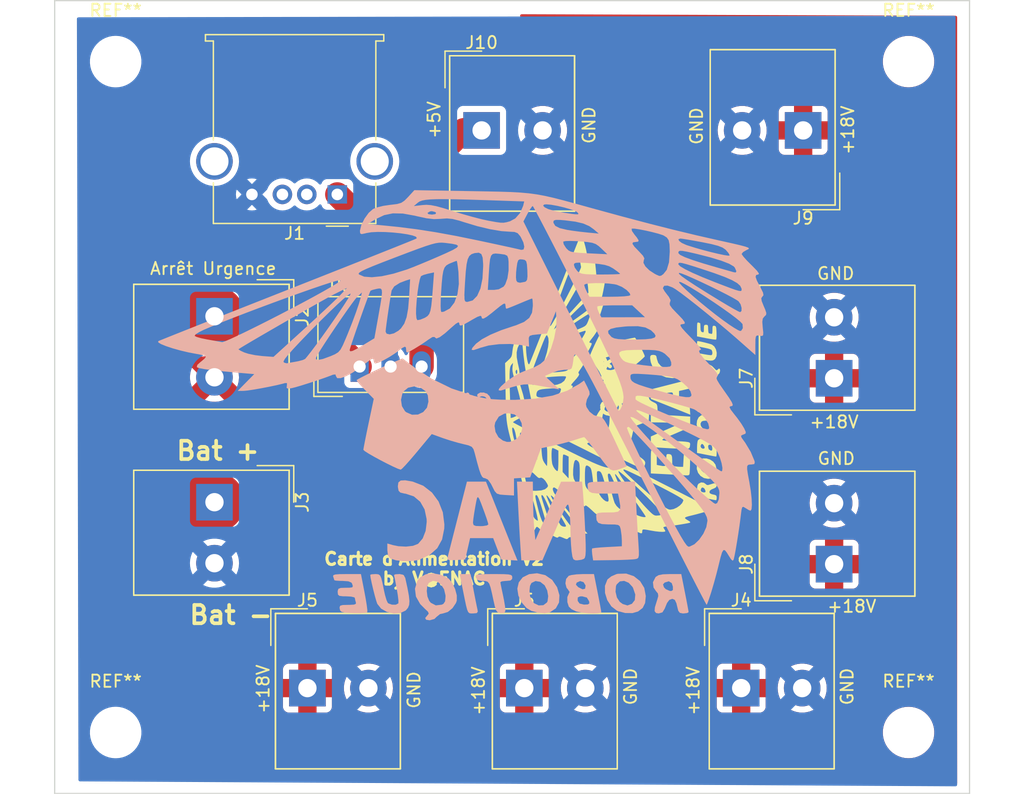
<source format=kicad_pcb>
(kicad_pcb (version 20211014) (generator pcbnew)
  (layers (0 "F.Cu" signal) (31 "B.Cu" signal) (34 "B.Paste" user) (35 "F.Paste" user) (36 "B.SilkS" user "B.Silkscreen") (37 "F.SilkS" user "F.Silkscreen") (38 "B.Mask" user) (39 "F.Mask" user) (44 "Edge.Cuts" user))
  (net 0 "")
  (net 1 "+5V")
  (net 4 "GND")
  (net 6 "+15V")
  (net 7 "18V-Safe")
  (footprint "Connector_USB:USB_A_Molex_67643_Horizontal" (layer "F.Cu") (at 48.17 45.89 180)
    (fp_text reference "J1" (at 3.5 -3.19) (layer "F.SilkS"))
    (fp_text value "USB_A")
    (pad "1" thru_hole rect (at 0 0 180) (size 1.6 1.5) (drill 0.95) (layers *.Cu *.Mask) (net 1 "+5V"))
    (pad "2" thru_hole circle (at 2.5 0 180) (size 1.6 1.6) (drill 0.95) (layers *.Cu *.Mask))
    (pad "3" thru_hole circle (at 4.5 0 180) (size 1.6 1.6) (drill 0.95) (layers *.Cu *.Mask))
    (pad "4" thru_hole circle (at 7 0 180) (size 1.6 1.6) (drill 0.95) (layers *.Cu *.Mask) (net 4 "GND"))
    (pad "5" thru_hole circle (at -3.07 2.71 180) (size 3 3) (drill 2.3) (layers *.Cu *.Mask))
    (pad "5" thru_hole circle (at 10.07 2.71 180) (size 3 3) (drill 2.3) (layers *.Cu *.Mask))
  )
  (footprint "TerminalBlock_Altech:Altech_AK300_1x02_P5.00mm_45-Degree" (layer "F.Cu") (at 88.9 60.96 90)
    (fp_text reference "J7" (at 0 -7.2 90) (layer "F.SilkS"))
    (fp_text value "Screw_Terminal_01x02")
    (pad "1" thru_hole rect (at 0 0 90) (size 3 3) (drill 1.5) (layers *.Cu *.Mask) (net 7 "18V-Safe"))
    (pad "2" thru_hole circle (at 5 0 90) (size 3 3) (drill 1.5) (layers *.Cu *.Mask) (net 4 "GND"))
  )
  (footprint "MountingHole:MountingHole_3.2mm_M3" (layer "F.Cu") (at 95 35)
    (fp_text reference "REF**" (at 0 -4.2) (layer "F.SilkS"))
    (fp_text value "MountingHole_3.2mm_M3")
    (pad "" np_thru_hole circle (at 0 0) (size 3.2 3.2) (drill 3.2) (layers F&B.Cu *.Mask))
  )
  (footprint "TerminalBlock_Altech:Altech_AK300_1x02_P5.00mm_45-Degree" (layer "F.Cu") (at 38.1 55.88 -90)
    (fp_text reference "J2" (at 0 -7.2 90) (layer "F.SilkS"))
    (fp_text value "Screw_Terminal_01x02")
    (pad "1" thru_hole rect (at 0 0 270) (size 3 3) (drill 1.5) (layers *.Cu *.Mask) (net 6 "+15V"))
    (pad "2" thru_hole circle (at 5 0 270) (size 3 3) (drill 1.5) (layers *.Cu *.Mask) (net 7 "18V-Safe"))
  )
  (footprint "Converter_DCDC:Converter_DCDC_TRACO_TSR-1_THT" (layer "F.Cu") (at 50 60)
    (fp_text reference "U1" (at -1.5 -6.71) (layer "F.SilkS"))
    (fp_text value "TSR_1-2450")
    (pad "1" thru_hole rect (at 0 0) (size 1.5 2.5) (drill 1) (layers *.Cu *.Mask) (net 6 "+15V"))
    (pad "2" thru_hole oval (at 2.54 0) (size 1.5 2.5) (drill 1) (layers *.Cu *.Mask) (net 4 "GND"))
    (pad "3" thru_hole oval (at 5.08 0) (size 1.5 2.5) (drill 1) (layers *.Cu *.Mask) (net 1 "+5V"))
  )
  (footprint "TerminalBlock_Altech:Altech_AK300_1x02_P5.00mm_45-Degree" (layer "F.Cu") (at 63.5 86.36)
    (fp_text reference "J6" (at 0 -7.2) (layer "F.SilkS"))
    (fp_text value "Screw_Terminal_01x02")
    (pad "1" thru_hole rect (at 0 0) (size 3 3) (drill 1.5) (layers *.Cu *.Mask) (net 7 "18V-Safe"))
    (pad "2" thru_hole circle (at 5 0) (size 3 3) (drill 1.5) (layers *.Cu *.Mask) (net 4 "GND"))
  )
  (footprint "TerminalBlock_Altech:Altech_AK300_1x02_P5.00mm_45-Degree" (layer "F.Cu") (at 81.28 86.36)
    (fp_text reference "J4" (at 0 -7.2) (layer "F.SilkS"))
    (fp_text value "Screw_Terminal_01x02")
    (pad "1" thru_hole rect (at 0 0) (size 3 3) (drill 1.5) (layers *.Cu *.Mask) (net 7 "18V-Safe"))
    (pad "2" thru_hole circle (at 5 0) (size 3 3) (drill 1.5) (layers *.Cu *.Mask) (net 4 "GND"))
  )
  (footprint "MountingHole:MountingHole_3.2mm_M3" (layer "F.Cu") (at 30 90)
    (fp_text reference "REF**" (at 0 -4.2) (layer "F.SilkS"))
    (fp_text value "MountingHole_3.2mm_M3")
    (pad "" np_thru_hole circle (at 0 0) (size 3.2 3.2) (drill 3.2) (layers F&B.Cu *.Mask))
  )
  (footprint "TerminalBlock_Altech:Altech_AK300_1x02_P5.00mm_45-Degree" (layer "F.Cu") (at 45.72 86.36)
    (fp_text reference "J5" (at 0 -7.2) (layer "F.SilkS"))
    (fp_text value "Screw_Terminal_01x02")
    (pad "1" thru_hole rect (at 0 0) (size 3 3) (drill 1.5) (layers *.Cu *.Mask) (net 7 "18V-Safe"))
    (pad "2" thru_hole circle (at 5 0) (size 3 3) (drill 1.5) (layers *.Cu *.Mask) (net 4 "GND"))
  )
  (footprint "MountingHole:MountingHole_3.2mm_M3" (layer "F.Cu") (at 95 90)
    (fp_text reference "REF**" (at 0 -4.2) (layer "F.SilkS"))
    (fp_text value "MountingHole_3.2mm_M3")
    (pad "" np_thru_hole circle (at 0 0) (size 3.2 3.2) (drill 3.2) (layers F&B.Cu *.Mask))
  )
  (footprint "TerminalBlock_Altech:Altech_AK300_1x02_P5.00mm_45-Degree" (layer "F.Cu") (at 86.36 40.64 180)
    (fp_text reference "J9" (at 0 -7.2) (layer "F.SilkS"))
    (fp_text value "Screw_Terminal_01x02")
    (pad "1" thru_hole rect (at 0 0 180) (size 3 3) (drill 1.5) (layers *.Cu *.Mask) (net 7 "18V-Safe"))
    (pad "2" thru_hole circle (at 5 0 180) (size 3 3) (drill 1.5) (layers *.Cu *.Mask) (net 4 "GND"))
  )
  (footprint "TerminalBlock_Altech:Altech_AK300_1x02_P5.00mm_45-Degree" (layer "F.Cu") (at 60 40.64)
    (fp_text reference "J10" (at 0 -7.2) (layer "F.SilkS"))
    (fp_text value "Screw_Terminal_01x02")
    (pad "1" thru_hole rect (at 0 0) (size 3 3) (drill 1.5) (layers *.Cu *.Mask) (net 1 "+5V"))
    (pad "2" thru_hole circle (at 5 0) (size 3 3) (drill 1.5) (layers *.Cu *.Mask) (net 4 "GND"))
  )
  (footprint "TerminalBlock_Altech:Altech_AK300_1x02_P5.00mm_45-Degree" (layer "F.Cu") (at 38.1 71.12 -90)
    (fp_text reference "J3" (at 0 -7.2 90) (layer "F.SilkS"))
    (fp_text value "Screw_Terminal_01x02")
    (pad "1" thru_hole rect (at 0 0 270) (size 3 3) (drill 1.5) (layers *.Cu *.Mask) (net 6 "+15V"))
    (pad "2" thru_hole circle (at 5 0 270) (size 3 3) (drill 1.5) (layers *.Cu *.Mask) (net 4 "GND"))
  )
  (footprint "Logos:EnacRobotique25mm" (layer "F.Cu") (at 70.7136 61.6966 90)
    (fp_text reference "G***" (at 0 0 90) (layer "F.SilkS") (effects (font (size 1.524 1.524) (thickness 0.3))))
    (fp_text value "LOGO" hide)
  )
  (footprint "TerminalBlock_Altech:Altech_AK300_1x02_P5.00mm_45-Degree" (layer "F.Cu") (at 88.9 76.2 90)
    (fp_text reference "J8" (at 0 -7.2 90) (layer "F.SilkS"))
    (fp_text value "Screw_Terminal_01x02")
    (pad "1" thru_hole rect (at 0 0 90) (size 3 3) (drill 1.5) (layers *.Cu *.Mask) (net 7 "18V-Safe"))
    (pad "2" thru_hole circle (at 5 0 90) (size 3 3) (drill 1.5) (layers *.Cu *.Mask) (net 4 "GND"))
  )
  (footprint "MountingHole:MountingHole_3.2mm_M3" (layer "F.Cu") (at 30 35)
    (fp_text reference "REF**" (at 0 -4.2) (layer "F.SilkS"))
    (fp_text value "MountingHole_3.2mm_M3")
    (pad "" np_thru_hole circle (at 0 0) (size 3.2 3.2) (drill 3.2) (layers *.Cu *.Mask))
  )
  (footprint "Logos:EnacRobotique50mm" (layer "B.Cu") (at 58.4454 63.119 180)
    (fp_text reference "G***" (at 0 0) (layer "B.SilkS") (effects (font (size 1.524 1.524) (thickness 0.3)) (justify mirror)))
    (fp_text value "LOGO" hide)
  )
  (gr_line (start 100 95) (end 25 95) (layer "Edge.Cuts") (width 0.1))
  (gr_line (start 25 30) (end 100 30) (layer "Edge.Cuts") (width 0.1))
  (gr_line (start 100 30) (end 100 95) (layer "Edge.Cuts") (width 0.1))
  (gr_line (start 25 95) (end 25 30) (layer "Edge.Cuts") (width 0.1))
  (gr_text "Bat -" (at 39.4462 80.3656) (layer "F.SilkS") (effects (font (size 1.5 1.5) (thickness 0.3))))
  (gr_text "Arrêt Urgence" (at 37.9984 51.9684) (layer "F.SilkS") (effects (font (size 1 1))))
  (gr_text "+18V" (at 90.0176 40.6146 90) (layer "F.SilkS") (effects (font (size 1 1))))
  (gr_text "GND" (at 89.027 52.3748) (layer "F.SilkS") (effects (font (size 1 1))))
  (gr_text "GND" (at 54.4576 86.5124 90) (layer "F.SilkS") (effects (font (size 1 1))))
  (gr_text "GND" (at 68.8086 40.2082 90) (layer "F.SilkS") (effects (font (size 1 1))))
  (gr_text "+18V" (at 88.9 64.5414) (layer "F.SilkS") (effects (font (size 1 1))))
  (gr_text "+18V" (at 90.3478 79.6544) (layer "F.SilkS") (effects (font (size 1 1))))
  (gr_text "+18V" (at 59.7408 86.5886 90) (layer "F.SilkS") (effects (font (size 1 1))))
  (gr_text "Carte d'Alimentation V2\nby V@ENAC" (at 56.1086 76.581) (layer "F.SilkS") (effects (font (size 1 1) (thickness 0.25))))
  (gr_text "+5V" (at 56.1086 39.7764 90) (layer "F.SilkS") (effects (font (size 1 1))))
  (gr_text "GND" (at 77.6224 40.2844 90) (layer "F.SilkS") (effects (font (size 1 1))))
  (gr_text "GND" (at 72.2122 86.233 90) (layer "F.SilkS") (effects (font (size 1 1))))
  (gr_text "GND" (at 89.9668 86.233 90) (layer "F.SilkS") (effects (font (size 1 1))))
  (gr_text "Bat +" (at 38.3794 66.9036) (layer "F.SilkS") (effects (font (size 1.5 1.5) (thickness 0.3))))
  (gr_text "GND" (at 89.0778 67.5386) (layer "F.SilkS") (effects (font (size 1 1))))
  (gr_text "+18V" (at 42.0878 86.4362 90) (layer "F.SilkS") (effects (font (size 1 1))))
  (gr_text "+18V" (at 77.343 86.5886 90) (layer "F.SilkS") (effects (font (size 1 1))))
  (segment (start 55.08 44.0816) (end 58.5216 40.64) (width 2) (layer "F.Cu") (net 1))
  (segment (start 55.08 60) (end 55.08 52.8) (width 2) (layer "F.Cu") (net 1))
  (segment (start 58.5216 40.64) (end 60 40.64) (width 2) (layer "F.Cu") (net 1))
  (segment (start 55.08 52.8) (end 48.17 45.89) (width 2) (layer "F.Cu") (net 1))
  (segment (start 55.08 52.8) (end 55.08 44.0816) (width 2) (layer "F.Cu") (net 1))
  (segment (start 32.7914 55.88) (end 38.1 55.88) (width 5) (layer "F.Cu") (net 6))
  (segment (start 38.1 71.12) (end 34.4932 71.12) (width 5) (layer "F.Cu") (net 6))
  (segment (start 38.1 55.88) (end 45.88 55.88) (width 2) (layer "F.Cu") (net 6))
  (segment (start 34.4932 71.12) (end 30.5054 67.1322) (width 5) (layer "F.Cu") (net 6))
  (segment (start 45.88 55.88) (end 50 60) (width 2) (layer "F.Cu") (net 6))
  (segment (start 30.5054 67.1322) (end 30.5054 58.166) (width 5) (layer "F.Cu") (net 6))
  (segment (start 30.5054 58.166) (end 32.7914 55.88) (width 5) (layer "F.Cu") (net 6))
  (zone (net 7) (net_name "18V-Safe") (layer "F.Cu") (connect_pads (clearance 0.508)) (min_thickness 0.254) (fill yes (thermal_gap 0.508) (thermal_bridge_width 1.5))
    (polygon (pts (xy 98.9838 31.242) (xy 98.9838 94.2848) (xy 40.259 93.8784) (xy 41.8338 69.8754) (xy 35.306 63.6016) (xy 35.306 59.309) (xy 40.7924 58.9026) (xy 49.403 63.7286) (xy 62.4586 63.2206) (xy 63.246 31.369) (xy 62.8396 31.115)))
  )
  (zone (net 4) (net_name "GND") (layer "B.Cu") (connect_pads (clearance 0.508)) (min_thickness 0.254) (fill yes (thermal_gap 0.508) (thermal_bridge_width 1.2))
    (polygon (pts (xy 98.9838 94.4118) (xy 26.9494 94.0054) (xy 26.8224 31.242) (xy 26.9494 31.369) (xy 98.8568 31.242)))
  )
)
</source>
